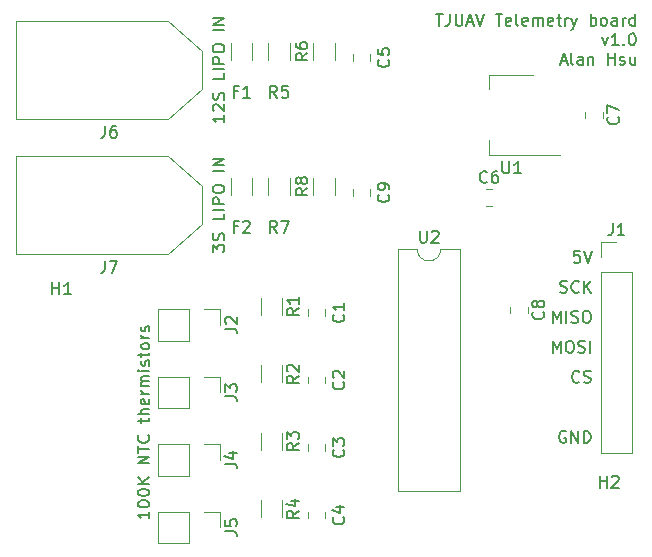
<source format=gbr>
%TF.GenerationSoftware,KiCad,Pcbnew,(5.1.9)-1*%
%TF.CreationDate,2021-11-28T17:49:43-05:00*%
%TF.ProjectId,Telem Board,54656c65-6d20-4426-9f61-72642e6b6963,rev?*%
%TF.SameCoordinates,Original*%
%TF.FileFunction,Legend,Top*%
%TF.FilePolarity,Positive*%
%FSLAX46Y46*%
G04 Gerber Fmt 4.6, Leading zero omitted, Abs format (unit mm)*
G04 Created by KiCad (PCBNEW (5.1.9)-1) date 2021-11-28 17:49:43*
%MOMM*%
%LPD*%
G01*
G04 APERTURE LIST*
%ADD10C,0.150000*%
%ADD11C,0.120000*%
G04 APERTURE END LIST*
D10*
X144867380Y-85280000D02*
X144867380Y-84660952D01*
X145248333Y-84994285D01*
X145248333Y-84851428D01*
X145295952Y-84756190D01*
X145343571Y-84708571D01*
X145438809Y-84660952D01*
X145676904Y-84660952D01*
X145772142Y-84708571D01*
X145819761Y-84756190D01*
X145867380Y-84851428D01*
X145867380Y-85137142D01*
X145819761Y-85232380D01*
X145772142Y-85280000D01*
X145819761Y-84280000D02*
X145867380Y-84137142D01*
X145867380Y-83899047D01*
X145819761Y-83803809D01*
X145772142Y-83756190D01*
X145676904Y-83708571D01*
X145581666Y-83708571D01*
X145486428Y-83756190D01*
X145438809Y-83803809D01*
X145391190Y-83899047D01*
X145343571Y-84089523D01*
X145295952Y-84184761D01*
X145248333Y-84232380D01*
X145153095Y-84280000D01*
X145057857Y-84280000D01*
X144962619Y-84232380D01*
X144915000Y-84184761D01*
X144867380Y-84089523D01*
X144867380Y-83851428D01*
X144915000Y-83708571D01*
X145867380Y-82041904D02*
X145867380Y-82518095D01*
X144867380Y-82518095D01*
X145867380Y-81708571D02*
X144867380Y-81708571D01*
X145867380Y-81232380D02*
X144867380Y-81232380D01*
X144867380Y-80851428D01*
X144915000Y-80756190D01*
X144962619Y-80708571D01*
X145057857Y-80660952D01*
X145200714Y-80660952D01*
X145295952Y-80708571D01*
X145343571Y-80756190D01*
X145391190Y-80851428D01*
X145391190Y-81232380D01*
X144867380Y-80041904D02*
X144867380Y-79851428D01*
X144915000Y-79756190D01*
X145010238Y-79660952D01*
X145200714Y-79613333D01*
X145534047Y-79613333D01*
X145724523Y-79660952D01*
X145819761Y-79756190D01*
X145867380Y-79851428D01*
X145867380Y-80041904D01*
X145819761Y-80137142D01*
X145724523Y-80232380D01*
X145534047Y-80280000D01*
X145200714Y-80280000D01*
X145010238Y-80232380D01*
X144915000Y-80137142D01*
X144867380Y-80041904D01*
X145867380Y-78422857D02*
X144867380Y-78422857D01*
X145867380Y-77946666D02*
X144867380Y-77946666D01*
X145867380Y-77375238D01*
X144867380Y-77375238D01*
X174781785Y-100465000D02*
X174686547Y-100417380D01*
X174543690Y-100417380D01*
X174400833Y-100465000D01*
X174305595Y-100560238D01*
X174257976Y-100655476D01*
X174210357Y-100845952D01*
X174210357Y-100988809D01*
X174257976Y-101179285D01*
X174305595Y-101274523D01*
X174400833Y-101369761D01*
X174543690Y-101417380D01*
X174638928Y-101417380D01*
X174781785Y-101369761D01*
X174829404Y-101322142D01*
X174829404Y-100988809D01*
X174638928Y-100988809D01*
X175257976Y-101417380D02*
X175257976Y-100417380D01*
X175829404Y-101417380D01*
X175829404Y-100417380D01*
X176305595Y-101417380D02*
X176305595Y-100417380D01*
X176543690Y-100417380D01*
X176686547Y-100465000D01*
X176781785Y-100560238D01*
X176829404Y-100655476D01*
X176877023Y-100845952D01*
X176877023Y-100988809D01*
X176829404Y-101179285D01*
X176781785Y-101274523D01*
X176686547Y-101369761D01*
X176543690Y-101417380D01*
X176305595Y-101417380D01*
X175924642Y-96242142D02*
X175877023Y-96289761D01*
X175734166Y-96337380D01*
X175638928Y-96337380D01*
X175496071Y-96289761D01*
X175400833Y-96194523D01*
X175353214Y-96099285D01*
X175305595Y-95908809D01*
X175305595Y-95765952D01*
X175353214Y-95575476D01*
X175400833Y-95480238D01*
X175496071Y-95385000D01*
X175638928Y-95337380D01*
X175734166Y-95337380D01*
X175877023Y-95385000D01*
X175924642Y-95432619D01*
X176305595Y-96289761D02*
X176448452Y-96337380D01*
X176686547Y-96337380D01*
X176781785Y-96289761D01*
X176829404Y-96242142D01*
X176877023Y-96146904D01*
X176877023Y-96051666D01*
X176829404Y-95956428D01*
X176781785Y-95908809D01*
X176686547Y-95861190D01*
X176496071Y-95813571D01*
X176400833Y-95765952D01*
X176353214Y-95718333D01*
X176305595Y-95623095D01*
X176305595Y-95527857D01*
X176353214Y-95432619D01*
X176400833Y-95385000D01*
X176496071Y-95337380D01*
X176734166Y-95337380D01*
X176877023Y-95385000D01*
X173686547Y-93797380D02*
X173686547Y-92797380D01*
X174019880Y-93511666D01*
X174353214Y-92797380D01*
X174353214Y-93797380D01*
X175019880Y-92797380D02*
X175210357Y-92797380D01*
X175305595Y-92845000D01*
X175400833Y-92940238D01*
X175448452Y-93130714D01*
X175448452Y-93464047D01*
X175400833Y-93654523D01*
X175305595Y-93749761D01*
X175210357Y-93797380D01*
X175019880Y-93797380D01*
X174924642Y-93749761D01*
X174829404Y-93654523D01*
X174781785Y-93464047D01*
X174781785Y-93130714D01*
X174829404Y-92940238D01*
X174924642Y-92845000D01*
X175019880Y-92797380D01*
X175829404Y-93749761D02*
X175972261Y-93797380D01*
X176210357Y-93797380D01*
X176305595Y-93749761D01*
X176353214Y-93702142D01*
X176400833Y-93606904D01*
X176400833Y-93511666D01*
X176353214Y-93416428D01*
X176305595Y-93368809D01*
X176210357Y-93321190D01*
X176019880Y-93273571D01*
X175924642Y-93225952D01*
X175877023Y-93178333D01*
X175829404Y-93083095D01*
X175829404Y-92987857D01*
X175877023Y-92892619D01*
X175924642Y-92845000D01*
X176019880Y-92797380D01*
X176257976Y-92797380D01*
X176400833Y-92845000D01*
X176829404Y-93797380D02*
X176829404Y-92797380D01*
X173686547Y-91257380D02*
X173686547Y-90257380D01*
X174019880Y-90971666D01*
X174353214Y-90257380D01*
X174353214Y-91257380D01*
X174829404Y-91257380D02*
X174829404Y-90257380D01*
X175257976Y-91209761D02*
X175400833Y-91257380D01*
X175638928Y-91257380D01*
X175734166Y-91209761D01*
X175781785Y-91162142D01*
X175829404Y-91066904D01*
X175829404Y-90971666D01*
X175781785Y-90876428D01*
X175734166Y-90828809D01*
X175638928Y-90781190D01*
X175448452Y-90733571D01*
X175353214Y-90685952D01*
X175305595Y-90638333D01*
X175257976Y-90543095D01*
X175257976Y-90447857D01*
X175305595Y-90352619D01*
X175353214Y-90305000D01*
X175448452Y-90257380D01*
X175686547Y-90257380D01*
X175829404Y-90305000D01*
X176448452Y-90257380D02*
X176638928Y-90257380D01*
X176734166Y-90305000D01*
X176829404Y-90400238D01*
X176877023Y-90590714D01*
X176877023Y-90924047D01*
X176829404Y-91114523D01*
X176734166Y-91209761D01*
X176638928Y-91257380D01*
X176448452Y-91257380D01*
X176353214Y-91209761D01*
X176257976Y-91114523D01*
X176210357Y-90924047D01*
X176210357Y-90590714D01*
X176257976Y-90400238D01*
X176353214Y-90305000D01*
X176448452Y-90257380D01*
X174305595Y-88669761D02*
X174448452Y-88717380D01*
X174686547Y-88717380D01*
X174781785Y-88669761D01*
X174829404Y-88622142D01*
X174877023Y-88526904D01*
X174877023Y-88431666D01*
X174829404Y-88336428D01*
X174781785Y-88288809D01*
X174686547Y-88241190D01*
X174496071Y-88193571D01*
X174400833Y-88145952D01*
X174353214Y-88098333D01*
X174305595Y-88003095D01*
X174305595Y-87907857D01*
X174353214Y-87812619D01*
X174400833Y-87765000D01*
X174496071Y-87717380D01*
X174734166Y-87717380D01*
X174877023Y-87765000D01*
X175877023Y-88622142D02*
X175829404Y-88669761D01*
X175686547Y-88717380D01*
X175591309Y-88717380D01*
X175448452Y-88669761D01*
X175353214Y-88574523D01*
X175305595Y-88479285D01*
X175257976Y-88288809D01*
X175257976Y-88145952D01*
X175305595Y-87955476D01*
X175353214Y-87860238D01*
X175448452Y-87765000D01*
X175591309Y-87717380D01*
X175686547Y-87717380D01*
X175829404Y-87765000D01*
X175877023Y-87812619D01*
X176305595Y-88717380D02*
X176305595Y-87717380D01*
X176877023Y-88717380D02*
X176448452Y-88145952D01*
X176877023Y-87717380D02*
X176305595Y-88288809D01*
X175972261Y-85177380D02*
X175496071Y-85177380D01*
X175448452Y-85653571D01*
X175496071Y-85605952D01*
X175591309Y-85558333D01*
X175829404Y-85558333D01*
X175924642Y-85605952D01*
X175972261Y-85653571D01*
X176019880Y-85748809D01*
X176019880Y-85986904D01*
X175972261Y-86082142D01*
X175924642Y-86129761D01*
X175829404Y-86177380D01*
X175591309Y-86177380D01*
X175496071Y-86129761D01*
X175448452Y-86082142D01*
X176305595Y-85177380D02*
X176638928Y-86177380D01*
X176972261Y-85177380D01*
X145867380Y-73707142D02*
X145867380Y-74278571D01*
X145867380Y-73992857D02*
X144867380Y-73992857D01*
X145010238Y-74088095D01*
X145105476Y-74183333D01*
X145153095Y-74278571D01*
X144962619Y-73326190D02*
X144915000Y-73278571D01*
X144867380Y-73183333D01*
X144867380Y-72945238D01*
X144915000Y-72850000D01*
X144962619Y-72802380D01*
X145057857Y-72754761D01*
X145153095Y-72754761D01*
X145295952Y-72802380D01*
X145867380Y-73373809D01*
X145867380Y-72754761D01*
X145819761Y-72373809D02*
X145867380Y-72230952D01*
X145867380Y-71992857D01*
X145819761Y-71897619D01*
X145772142Y-71850000D01*
X145676904Y-71802380D01*
X145581666Y-71802380D01*
X145486428Y-71850000D01*
X145438809Y-71897619D01*
X145391190Y-71992857D01*
X145343571Y-72183333D01*
X145295952Y-72278571D01*
X145248333Y-72326190D01*
X145153095Y-72373809D01*
X145057857Y-72373809D01*
X144962619Y-72326190D01*
X144915000Y-72278571D01*
X144867380Y-72183333D01*
X144867380Y-71945238D01*
X144915000Y-71802380D01*
X145867380Y-70135714D02*
X145867380Y-70611904D01*
X144867380Y-70611904D01*
X145867380Y-69802380D02*
X144867380Y-69802380D01*
X145867380Y-69326190D02*
X144867380Y-69326190D01*
X144867380Y-68945238D01*
X144915000Y-68850000D01*
X144962619Y-68802380D01*
X145057857Y-68754761D01*
X145200714Y-68754761D01*
X145295952Y-68802380D01*
X145343571Y-68850000D01*
X145391190Y-68945238D01*
X145391190Y-69326190D01*
X144867380Y-68135714D02*
X144867380Y-67945238D01*
X144915000Y-67850000D01*
X145010238Y-67754761D01*
X145200714Y-67707142D01*
X145534047Y-67707142D01*
X145724523Y-67754761D01*
X145819761Y-67850000D01*
X145867380Y-67945238D01*
X145867380Y-68135714D01*
X145819761Y-68230952D01*
X145724523Y-68326190D01*
X145534047Y-68373809D01*
X145200714Y-68373809D01*
X145010238Y-68326190D01*
X144915000Y-68230952D01*
X144867380Y-68135714D01*
X145867380Y-66516666D02*
X144867380Y-66516666D01*
X145867380Y-66040476D02*
X144867380Y-66040476D01*
X145867380Y-65469047D01*
X144867380Y-65469047D01*
X139517380Y-107266428D02*
X139517380Y-107837857D01*
X139517380Y-107552142D02*
X138517380Y-107552142D01*
X138660238Y-107647380D01*
X138755476Y-107742619D01*
X138803095Y-107837857D01*
X138517380Y-106647380D02*
X138517380Y-106552142D01*
X138565000Y-106456904D01*
X138612619Y-106409285D01*
X138707857Y-106361666D01*
X138898333Y-106314047D01*
X139136428Y-106314047D01*
X139326904Y-106361666D01*
X139422142Y-106409285D01*
X139469761Y-106456904D01*
X139517380Y-106552142D01*
X139517380Y-106647380D01*
X139469761Y-106742619D01*
X139422142Y-106790238D01*
X139326904Y-106837857D01*
X139136428Y-106885476D01*
X138898333Y-106885476D01*
X138707857Y-106837857D01*
X138612619Y-106790238D01*
X138565000Y-106742619D01*
X138517380Y-106647380D01*
X138517380Y-105695000D02*
X138517380Y-105599761D01*
X138565000Y-105504523D01*
X138612619Y-105456904D01*
X138707857Y-105409285D01*
X138898333Y-105361666D01*
X139136428Y-105361666D01*
X139326904Y-105409285D01*
X139422142Y-105456904D01*
X139469761Y-105504523D01*
X139517380Y-105599761D01*
X139517380Y-105695000D01*
X139469761Y-105790238D01*
X139422142Y-105837857D01*
X139326904Y-105885476D01*
X139136428Y-105933095D01*
X138898333Y-105933095D01*
X138707857Y-105885476D01*
X138612619Y-105837857D01*
X138565000Y-105790238D01*
X138517380Y-105695000D01*
X139517380Y-104933095D02*
X138517380Y-104933095D01*
X139517380Y-104361666D02*
X138945952Y-104790238D01*
X138517380Y-104361666D02*
X139088809Y-104933095D01*
X139517380Y-103171190D02*
X138517380Y-103171190D01*
X139517380Y-102599761D01*
X138517380Y-102599761D01*
X138517380Y-102266428D02*
X138517380Y-101695000D01*
X139517380Y-101980714D02*
X138517380Y-101980714D01*
X139422142Y-100790238D02*
X139469761Y-100837857D01*
X139517380Y-100980714D01*
X139517380Y-101075952D01*
X139469761Y-101218809D01*
X139374523Y-101314047D01*
X139279285Y-101361666D01*
X139088809Y-101409285D01*
X138945952Y-101409285D01*
X138755476Y-101361666D01*
X138660238Y-101314047D01*
X138565000Y-101218809D01*
X138517380Y-101075952D01*
X138517380Y-100980714D01*
X138565000Y-100837857D01*
X138612619Y-100790238D01*
X138850714Y-99742619D02*
X138850714Y-99361666D01*
X138517380Y-99599761D02*
X139374523Y-99599761D01*
X139469761Y-99552142D01*
X139517380Y-99456904D01*
X139517380Y-99361666D01*
X139517380Y-99028333D02*
X138517380Y-99028333D01*
X139517380Y-98599761D02*
X138993571Y-98599761D01*
X138898333Y-98647380D01*
X138850714Y-98742619D01*
X138850714Y-98885476D01*
X138898333Y-98980714D01*
X138945952Y-99028333D01*
X139469761Y-97742619D02*
X139517380Y-97837857D01*
X139517380Y-98028333D01*
X139469761Y-98123571D01*
X139374523Y-98171190D01*
X138993571Y-98171190D01*
X138898333Y-98123571D01*
X138850714Y-98028333D01*
X138850714Y-97837857D01*
X138898333Y-97742619D01*
X138993571Y-97695000D01*
X139088809Y-97695000D01*
X139184047Y-98171190D01*
X139517380Y-97266428D02*
X138850714Y-97266428D01*
X139041190Y-97266428D02*
X138945952Y-97218809D01*
X138898333Y-97171190D01*
X138850714Y-97075952D01*
X138850714Y-96980714D01*
X139517380Y-96647380D02*
X138850714Y-96647380D01*
X138945952Y-96647380D02*
X138898333Y-96599761D01*
X138850714Y-96504523D01*
X138850714Y-96361666D01*
X138898333Y-96266428D01*
X138993571Y-96218809D01*
X139517380Y-96218809D01*
X138993571Y-96218809D02*
X138898333Y-96171190D01*
X138850714Y-96075952D01*
X138850714Y-95933095D01*
X138898333Y-95837857D01*
X138993571Y-95790238D01*
X139517380Y-95790238D01*
X139517380Y-95314047D02*
X138850714Y-95314047D01*
X138517380Y-95314047D02*
X138565000Y-95361666D01*
X138612619Y-95314047D01*
X138565000Y-95266428D01*
X138517380Y-95314047D01*
X138612619Y-95314047D01*
X139469761Y-94885476D02*
X139517380Y-94790238D01*
X139517380Y-94599761D01*
X139469761Y-94504523D01*
X139374523Y-94456904D01*
X139326904Y-94456904D01*
X139231666Y-94504523D01*
X139184047Y-94599761D01*
X139184047Y-94742619D01*
X139136428Y-94837857D01*
X139041190Y-94885476D01*
X138993571Y-94885476D01*
X138898333Y-94837857D01*
X138850714Y-94742619D01*
X138850714Y-94599761D01*
X138898333Y-94504523D01*
X138850714Y-94171190D02*
X138850714Y-93790238D01*
X138517380Y-94028333D02*
X139374523Y-94028333D01*
X139469761Y-93980714D01*
X139517380Y-93885476D01*
X139517380Y-93790238D01*
X139517380Y-93314047D02*
X139469761Y-93409285D01*
X139422142Y-93456904D01*
X139326904Y-93504523D01*
X139041190Y-93504523D01*
X138945952Y-93456904D01*
X138898333Y-93409285D01*
X138850714Y-93314047D01*
X138850714Y-93171190D01*
X138898333Y-93075952D01*
X138945952Y-93028333D01*
X139041190Y-92980714D01*
X139326904Y-92980714D01*
X139422142Y-93028333D01*
X139469761Y-93075952D01*
X139517380Y-93171190D01*
X139517380Y-93314047D01*
X139517380Y-92552142D02*
X138850714Y-92552142D01*
X139041190Y-92552142D02*
X138945952Y-92504523D01*
X138898333Y-92456904D01*
X138850714Y-92361666D01*
X138850714Y-92266428D01*
X139469761Y-91980714D02*
X139517380Y-91885476D01*
X139517380Y-91695000D01*
X139469761Y-91599761D01*
X139374523Y-91552142D01*
X139326904Y-91552142D01*
X139231666Y-91599761D01*
X139184047Y-91695000D01*
X139184047Y-91837857D01*
X139136428Y-91933095D01*
X139041190Y-91980714D01*
X138993571Y-91980714D01*
X138898333Y-91933095D01*
X138850714Y-91837857D01*
X138850714Y-91695000D01*
X138898333Y-91599761D01*
X163782261Y-65112380D02*
X164353690Y-65112380D01*
X164067976Y-66112380D02*
X164067976Y-65112380D01*
X164972738Y-65112380D02*
X164972738Y-65826666D01*
X164925119Y-65969523D01*
X164829880Y-66064761D01*
X164687023Y-66112380D01*
X164591785Y-66112380D01*
X165448928Y-65112380D02*
X165448928Y-65921904D01*
X165496547Y-66017142D01*
X165544166Y-66064761D01*
X165639404Y-66112380D01*
X165829880Y-66112380D01*
X165925119Y-66064761D01*
X165972738Y-66017142D01*
X166020357Y-65921904D01*
X166020357Y-65112380D01*
X166448928Y-65826666D02*
X166925119Y-65826666D01*
X166353690Y-66112380D02*
X166687023Y-65112380D01*
X167020357Y-66112380D01*
X167210833Y-65112380D02*
X167544166Y-66112380D01*
X167877500Y-65112380D01*
X168829880Y-65112380D02*
X169401309Y-65112380D01*
X169115595Y-66112380D02*
X169115595Y-65112380D01*
X170115595Y-66064761D02*
X170020357Y-66112380D01*
X169829880Y-66112380D01*
X169734642Y-66064761D01*
X169687023Y-65969523D01*
X169687023Y-65588571D01*
X169734642Y-65493333D01*
X169829880Y-65445714D01*
X170020357Y-65445714D01*
X170115595Y-65493333D01*
X170163214Y-65588571D01*
X170163214Y-65683809D01*
X169687023Y-65779047D01*
X170734642Y-66112380D02*
X170639404Y-66064761D01*
X170591785Y-65969523D01*
X170591785Y-65112380D01*
X171496547Y-66064761D02*
X171401309Y-66112380D01*
X171210833Y-66112380D01*
X171115595Y-66064761D01*
X171067976Y-65969523D01*
X171067976Y-65588571D01*
X171115595Y-65493333D01*
X171210833Y-65445714D01*
X171401309Y-65445714D01*
X171496547Y-65493333D01*
X171544166Y-65588571D01*
X171544166Y-65683809D01*
X171067976Y-65779047D01*
X171972738Y-66112380D02*
X171972738Y-65445714D01*
X171972738Y-65540952D02*
X172020357Y-65493333D01*
X172115595Y-65445714D01*
X172258452Y-65445714D01*
X172353690Y-65493333D01*
X172401309Y-65588571D01*
X172401309Y-66112380D01*
X172401309Y-65588571D02*
X172448928Y-65493333D01*
X172544166Y-65445714D01*
X172687023Y-65445714D01*
X172782261Y-65493333D01*
X172829880Y-65588571D01*
X172829880Y-66112380D01*
X173687023Y-66064761D02*
X173591785Y-66112380D01*
X173401309Y-66112380D01*
X173306071Y-66064761D01*
X173258452Y-65969523D01*
X173258452Y-65588571D01*
X173306071Y-65493333D01*
X173401309Y-65445714D01*
X173591785Y-65445714D01*
X173687023Y-65493333D01*
X173734642Y-65588571D01*
X173734642Y-65683809D01*
X173258452Y-65779047D01*
X174020357Y-65445714D02*
X174401309Y-65445714D01*
X174163214Y-65112380D02*
X174163214Y-65969523D01*
X174210833Y-66064761D01*
X174306071Y-66112380D01*
X174401309Y-66112380D01*
X174734642Y-66112380D02*
X174734642Y-65445714D01*
X174734642Y-65636190D02*
X174782261Y-65540952D01*
X174829880Y-65493333D01*
X174925119Y-65445714D01*
X175020357Y-65445714D01*
X175258452Y-65445714D02*
X175496547Y-66112380D01*
X175734642Y-65445714D02*
X175496547Y-66112380D01*
X175401309Y-66350476D01*
X175353690Y-66398095D01*
X175258452Y-66445714D01*
X176877500Y-66112380D02*
X176877500Y-65112380D01*
X176877500Y-65493333D02*
X176972738Y-65445714D01*
X177163214Y-65445714D01*
X177258452Y-65493333D01*
X177306071Y-65540952D01*
X177353690Y-65636190D01*
X177353690Y-65921904D01*
X177306071Y-66017142D01*
X177258452Y-66064761D01*
X177163214Y-66112380D01*
X176972738Y-66112380D01*
X176877500Y-66064761D01*
X177925119Y-66112380D02*
X177829880Y-66064761D01*
X177782261Y-66017142D01*
X177734642Y-65921904D01*
X177734642Y-65636190D01*
X177782261Y-65540952D01*
X177829880Y-65493333D01*
X177925119Y-65445714D01*
X178067976Y-65445714D01*
X178163214Y-65493333D01*
X178210833Y-65540952D01*
X178258452Y-65636190D01*
X178258452Y-65921904D01*
X178210833Y-66017142D01*
X178163214Y-66064761D01*
X178067976Y-66112380D01*
X177925119Y-66112380D01*
X179115595Y-66112380D02*
X179115595Y-65588571D01*
X179067976Y-65493333D01*
X178972738Y-65445714D01*
X178782261Y-65445714D01*
X178687023Y-65493333D01*
X179115595Y-66064761D02*
X179020357Y-66112380D01*
X178782261Y-66112380D01*
X178687023Y-66064761D01*
X178639404Y-65969523D01*
X178639404Y-65874285D01*
X178687023Y-65779047D01*
X178782261Y-65731428D01*
X179020357Y-65731428D01*
X179115595Y-65683809D01*
X179591785Y-66112380D02*
X179591785Y-65445714D01*
X179591785Y-65636190D02*
X179639404Y-65540952D01*
X179687023Y-65493333D01*
X179782261Y-65445714D01*
X179877500Y-65445714D01*
X180639404Y-66112380D02*
X180639404Y-65112380D01*
X180639404Y-66064761D02*
X180544166Y-66112380D01*
X180353690Y-66112380D01*
X180258452Y-66064761D01*
X180210833Y-66017142D01*
X180163214Y-65921904D01*
X180163214Y-65636190D01*
X180210833Y-65540952D01*
X180258452Y-65493333D01*
X180353690Y-65445714D01*
X180544166Y-65445714D01*
X180639404Y-65493333D01*
X177877500Y-67095714D02*
X178115595Y-67762380D01*
X178353690Y-67095714D01*
X179258452Y-67762380D02*
X178687023Y-67762380D01*
X178972738Y-67762380D02*
X178972738Y-66762380D01*
X178877500Y-66905238D01*
X178782261Y-67000476D01*
X178687023Y-67048095D01*
X179687023Y-67667142D02*
X179734642Y-67714761D01*
X179687023Y-67762380D01*
X179639404Y-67714761D01*
X179687023Y-67667142D01*
X179687023Y-67762380D01*
X180353690Y-66762380D02*
X180448928Y-66762380D01*
X180544166Y-66810000D01*
X180591785Y-66857619D01*
X180639404Y-66952857D01*
X180687023Y-67143333D01*
X180687023Y-67381428D01*
X180639404Y-67571904D01*
X180591785Y-67667142D01*
X180544166Y-67714761D01*
X180448928Y-67762380D01*
X180353690Y-67762380D01*
X180258452Y-67714761D01*
X180210833Y-67667142D01*
X180163214Y-67571904D01*
X180115595Y-67381428D01*
X180115595Y-67143333D01*
X180163214Y-66952857D01*
X180210833Y-66857619D01*
X180258452Y-66810000D01*
X180353690Y-66762380D01*
X174353690Y-69126666D02*
X174829880Y-69126666D01*
X174258452Y-69412380D02*
X174591785Y-68412380D01*
X174925119Y-69412380D01*
X175401309Y-69412380D02*
X175306071Y-69364761D01*
X175258452Y-69269523D01*
X175258452Y-68412380D01*
X176210833Y-69412380D02*
X176210833Y-68888571D01*
X176163214Y-68793333D01*
X176067976Y-68745714D01*
X175877500Y-68745714D01*
X175782261Y-68793333D01*
X176210833Y-69364761D02*
X176115595Y-69412380D01*
X175877500Y-69412380D01*
X175782261Y-69364761D01*
X175734642Y-69269523D01*
X175734642Y-69174285D01*
X175782261Y-69079047D01*
X175877500Y-69031428D01*
X176115595Y-69031428D01*
X176210833Y-68983809D01*
X176687023Y-68745714D02*
X176687023Y-69412380D01*
X176687023Y-68840952D02*
X176734642Y-68793333D01*
X176829880Y-68745714D01*
X176972738Y-68745714D01*
X177067976Y-68793333D01*
X177115595Y-68888571D01*
X177115595Y-69412380D01*
X178353690Y-69412380D02*
X178353690Y-68412380D01*
X178353690Y-68888571D02*
X178925119Y-68888571D01*
X178925119Y-69412380D02*
X178925119Y-68412380D01*
X179353690Y-69364761D02*
X179448928Y-69412380D01*
X179639404Y-69412380D01*
X179734642Y-69364761D01*
X179782261Y-69269523D01*
X179782261Y-69221904D01*
X179734642Y-69126666D01*
X179639404Y-69079047D01*
X179496547Y-69079047D01*
X179401309Y-69031428D01*
X179353690Y-68936190D01*
X179353690Y-68888571D01*
X179401309Y-68793333D01*
X179496547Y-68745714D01*
X179639404Y-68745714D01*
X179734642Y-68793333D01*
X180639404Y-68745714D02*
X180639404Y-69412380D01*
X180210833Y-68745714D02*
X180210833Y-69269523D01*
X180258452Y-69364761D01*
X180353690Y-69412380D01*
X180496547Y-69412380D01*
X180591785Y-69364761D01*
X180639404Y-69317142D01*
D11*
%TO.C,F2*%
X146410000Y-79002936D02*
X146410000Y-80457064D01*
X148230000Y-79002936D02*
X148230000Y-80457064D01*
%TO.C,F1*%
X146410000Y-67572936D02*
X146410000Y-69027064D01*
X148230000Y-67572936D02*
X148230000Y-69027064D01*
%TO.C,R8*%
X153395000Y-80428752D02*
X153395000Y-79006248D01*
X155215000Y-80428752D02*
X155215000Y-79006248D01*
%TO.C,R7*%
X151405000Y-79006248D02*
X151405000Y-80428752D01*
X149585000Y-79006248D02*
X149585000Y-80428752D01*
%TO.C,J7*%
X143950000Y-79730000D02*
X141100000Y-77130000D01*
X141100000Y-85430000D02*
X143950000Y-82880000D01*
X128250000Y-77130000D02*
X128250000Y-85430000D01*
X141100000Y-77130000D02*
X128250000Y-77130000D01*
X143950000Y-82880000D02*
X143950000Y-79730000D01*
X128250000Y-85430000D02*
X141100000Y-85430000D01*
%TO.C,C9*%
X156745000Y-80503752D02*
X156745000Y-79981248D01*
X158215000Y-80503752D02*
X158215000Y-79981248D01*
%TO.C,U2*%
X165845000Y-85030000D02*
X164195000Y-85030000D01*
X165845000Y-105470000D02*
X165845000Y-85030000D01*
X160545000Y-105470000D02*
X165845000Y-105470000D01*
X160545000Y-85030000D02*
X160545000Y-105470000D01*
X162195000Y-85030000D02*
X160545000Y-85030000D01*
X164195000Y-85030000D02*
G75*
G02*
X162195000Y-85030000I-1000000J0D01*
G01*
%TO.C,U1*%
X174280000Y-77070000D02*
X168270000Y-77070000D01*
X172030000Y-70250000D02*
X168270000Y-70250000D01*
X168270000Y-77070000D02*
X168270000Y-75810000D01*
X168270000Y-70250000D02*
X168270000Y-71510000D01*
%TO.C,R6*%
X155215000Y-68998752D02*
X155215000Y-67576248D01*
X153395000Y-68998752D02*
X153395000Y-67576248D01*
%TO.C,R5*%
X149585000Y-67576248D02*
X149585000Y-68998752D01*
X151405000Y-67576248D02*
X151405000Y-68998752D01*
%TO.C,R4*%
X148950000Y-106311248D02*
X148950000Y-107733752D01*
X150770000Y-106311248D02*
X150770000Y-107733752D01*
%TO.C,R3*%
X148950000Y-100596248D02*
X148950000Y-102018752D01*
X150770000Y-100596248D02*
X150770000Y-102018752D01*
%TO.C,R2*%
X148950000Y-94881248D02*
X148950000Y-96303752D01*
X150770000Y-94881248D02*
X150770000Y-96303752D01*
%TO.C,R1*%
X148950000Y-89166248D02*
X148950000Y-90588752D01*
X150770000Y-89166248D02*
X150770000Y-90588752D01*
%TO.C,J6*%
X128250000Y-74000000D02*
X141100000Y-74000000D01*
X143950000Y-71450000D02*
X143950000Y-68300000D01*
X141100000Y-65700000D02*
X128250000Y-65700000D01*
X128250000Y-65700000D02*
X128250000Y-74000000D01*
X141100000Y-74000000D02*
X143950000Y-71450000D01*
X143950000Y-68300000D02*
X141100000Y-65700000D01*
%TO.C,J5*%
X145475000Y-107255000D02*
X145475000Y-108585000D01*
X144145000Y-107255000D02*
X145475000Y-107255000D01*
X142875000Y-107255000D02*
X142875000Y-109915000D01*
X142875000Y-109915000D02*
X140275000Y-109915000D01*
X142875000Y-107255000D02*
X140275000Y-107255000D01*
X140275000Y-107255000D02*
X140275000Y-109915000D01*
%TO.C,J4*%
X145475000Y-101540000D02*
X145475000Y-102870000D01*
X144145000Y-101540000D02*
X145475000Y-101540000D01*
X142875000Y-101540000D02*
X142875000Y-104200000D01*
X142875000Y-104200000D02*
X140275000Y-104200000D01*
X142875000Y-101540000D02*
X140275000Y-101540000D01*
X140275000Y-101540000D02*
X140275000Y-104200000D01*
%TO.C,J3*%
X145475000Y-95825000D02*
X145475000Y-97155000D01*
X144145000Y-95825000D02*
X145475000Y-95825000D01*
X142875000Y-95825000D02*
X142875000Y-98485000D01*
X142875000Y-98485000D02*
X140275000Y-98485000D01*
X142875000Y-95825000D02*
X140275000Y-95825000D01*
X140275000Y-95825000D02*
X140275000Y-98485000D01*
%TO.C,J2*%
X145475000Y-90110000D02*
X145475000Y-91440000D01*
X144145000Y-90110000D02*
X145475000Y-90110000D01*
X142875000Y-90110000D02*
X142875000Y-92770000D01*
X142875000Y-92770000D02*
X140275000Y-92770000D01*
X142875000Y-90110000D02*
X140275000Y-90110000D01*
X140275000Y-90110000D02*
X140275000Y-92770000D01*
%TO.C,J1*%
X177740000Y-84395000D02*
X179070000Y-84395000D01*
X177740000Y-85725000D02*
X177740000Y-84395000D01*
X177740000Y-86995000D02*
X180400000Y-86995000D01*
X180400000Y-86995000D02*
X180400000Y-102295000D01*
X177740000Y-86995000D02*
X177740000Y-102295000D01*
X177740000Y-102295000D02*
X180400000Y-102295000D01*
%TO.C,C8*%
X170080000Y-89908748D02*
X170080000Y-90431252D01*
X171550000Y-89908748D02*
X171550000Y-90431252D01*
%TO.C,C7*%
X176430000Y-73398748D02*
X176430000Y-73921252D01*
X177900000Y-73398748D02*
X177900000Y-73921252D01*
%TO.C,C6*%
X168013748Y-81380000D02*
X168536252Y-81380000D01*
X168013748Y-79910000D02*
X168536252Y-79910000D01*
%TO.C,C5*%
X158215000Y-69073752D02*
X158215000Y-68551248D01*
X156745000Y-69073752D02*
X156745000Y-68551248D01*
%TO.C,C4*%
X154405000Y-107808752D02*
X154405000Y-107286248D01*
X152935000Y-107808752D02*
X152935000Y-107286248D01*
%TO.C,C3*%
X154405000Y-102093752D02*
X154405000Y-101571248D01*
X152935000Y-102093752D02*
X152935000Y-101571248D01*
%TO.C,C2*%
X154405000Y-96378752D02*
X154405000Y-95856248D01*
X152935000Y-96378752D02*
X152935000Y-95856248D01*
%TO.C,C1*%
X154405000Y-90663752D02*
X154405000Y-90141248D01*
X152935000Y-90663752D02*
X152935000Y-90141248D01*
%TO.C,F2*%
D10*
X146986666Y-83113571D02*
X146653333Y-83113571D01*
X146653333Y-83637380D02*
X146653333Y-82637380D01*
X147129523Y-82637380D01*
X147462857Y-82732619D02*
X147510476Y-82685000D01*
X147605714Y-82637380D01*
X147843809Y-82637380D01*
X147939047Y-82685000D01*
X147986666Y-82732619D01*
X148034285Y-82827857D01*
X148034285Y-82923095D01*
X147986666Y-83065952D01*
X147415238Y-83637380D01*
X148034285Y-83637380D01*
%TO.C,F1*%
X146986666Y-71683571D02*
X146653333Y-71683571D01*
X146653333Y-72207380D02*
X146653333Y-71207380D01*
X147129523Y-71207380D01*
X148034285Y-72207380D02*
X147462857Y-72207380D01*
X147748571Y-72207380D02*
X147748571Y-71207380D01*
X147653333Y-71350238D01*
X147558095Y-71445476D01*
X147462857Y-71493095D01*
%TO.C,R8*%
X152907380Y-79884166D02*
X152431190Y-80217500D01*
X152907380Y-80455595D02*
X151907380Y-80455595D01*
X151907380Y-80074642D01*
X151955000Y-79979404D01*
X152002619Y-79931785D01*
X152097857Y-79884166D01*
X152240714Y-79884166D01*
X152335952Y-79931785D01*
X152383571Y-79979404D01*
X152431190Y-80074642D01*
X152431190Y-80455595D01*
X152335952Y-79312738D02*
X152288333Y-79407976D01*
X152240714Y-79455595D01*
X152145476Y-79503214D01*
X152097857Y-79503214D01*
X152002619Y-79455595D01*
X151955000Y-79407976D01*
X151907380Y-79312738D01*
X151907380Y-79122261D01*
X151955000Y-79027023D01*
X152002619Y-78979404D01*
X152097857Y-78931785D01*
X152145476Y-78931785D01*
X152240714Y-78979404D01*
X152288333Y-79027023D01*
X152335952Y-79122261D01*
X152335952Y-79312738D01*
X152383571Y-79407976D01*
X152431190Y-79455595D01*
X152526428Y-79503214D01*
X152716904Y-79503214D01*
X152812142Y-79455595D01*
X152859761Y-79407976D01*
X152907380Y-79312738D01*
X152907380Y-79122261D01*
X152859761Y-79027023D01*
X152812142Y-78979404D01*
X152716904Y-78931785D01*
X152526428Y-78931785D01*
X152431190Y-78979404D01*
X152383571Y-79027023D01*
X152335952Y-79122261D01*
%TO.C,R7*%
X150328333Y-83637380D02*
X149995000Y-83161190D01*
X149756904Y-83637380D02*
X149756904Y-82637380D01*
X150137857Y-82637380D01*
X150233095Y-82685000D01*
X150280714Y-82732619D01*
X150328333Y-82827857D01*
X150328333Y-82970714D01*
X150280714Y-83065952D01*
X150233095Y-83113571D01*
X150137857Y-83161190D01*
X149756904Y-83161190D01*
X150661666Y-82637380D02*
X151328333Y-82637380D01*
X150899761Y-83637380D01*
%TO.C,J7*%
X135766666Y-86032380D02*
X135766666Y-86746666D01*
X135719047Y-86889523D01*
X135623809Y-86984761D01*
X135480952Y-87032380D01*
X135385714Y-87032380D01*
X136147619Y-86032380D02*
X136814285Y-86032380D01*
X136385714Y-87032380D01*
%TO.C,C9*%
X159742142Y-80409166D02*
X159789761Y-80456785D01*
X159837380Y-80599642D01*
X159837380Y-80694880D01*
X159789761Y-80837738D01*
X159694523Y-80932976D01*
X159599285Y-80980595D01*
X159408809Y-81028214D01*
X159265952Y-81028214D01*
X159075476Y-80980595D01*
X158980238Y-80932976D01*
X158885000Y-80837738D01*
X158837380Y-80694880D01*
X158837380Y-80599642D01*
X158885000Y-80456785D01*
X158932619Y-80409166D01*
X159837380Y-79932976D02*
X159837380Y-79742500D01*
X159789761Y-79647261D01*
X159742142Y-79599642D01*
X159599285Y-79504404D01*
X159408809Y-79456785D01*
X159027857Y-79456785D01*
X158932619Y-79504404D01*
X158885000Y-79552023D01*
X158837380Y-79647261D01*
X158837380Y-79837738D01*
X158885000Y-79932976D01*
X158932619Y-79980595D01*
X159027857Y-80028214D01*
X159265952Y-80028214D01*
X159361190Y-79980595D01*
X159408809Y-79932976D01*
X159456428Y-79837738D01*
X159456428Y-79647261D01*
X159408809Y-79552023D01*
X159361190Y-79504404D01*
X159265952Y-79456785D01*
%TO.C,H2*%
X177673095Y-105227380D02*
X177673095Y-104227380D01*
X177673095Y-104703571D02*
X178244523Y-104703571D01*
X178244523Y-105227380D02*
X178244523Y-104227380D01*
X178673095Y-104322619D02*
X178720714Y-104275000D01*
X178815952Y-104227380D01*
X179054047Y-104227380D01*
X179149285Y-104275000D01*
X179196904Y-104322619D01*
X179244523Y-104417857D01*
X179244523Y-104513095D01*
X179196904Y-104655952D01*
X178625476Y-105227380D01*
X179244523Y-105227380D01*
%TO.C,H1*%
X131318095Y-88827380D02*
X131318095Y-87827380D01*
X131318095Y-88303571D02*
X131889523Y-88303571D01*
X131889523Y-88827380D02*
X131889523Y-87827380D01*
X132889523Y-88827380D02*
X132318095Y-88827380D01*
X132603809Y-88827380D02*
X132603809Y-87827380D01*
X132508571Y-87970238D01*
X132413333Y-88065476D01*
X132318095Y-88113095D01*
%TO.C,U2*%
X162433095Y-83482380D02*
X162433095Y-84291904D01*
X162480714Y-84387142D01*
X162528333Y-84434761D01*
X162623571Y-84482380D01*
X162814047Y-84482380D01*
X162909285Y-84434761D01*
X162956904Y-84387142D01*
X163004523Y-84291904D01*
X163004523Y-83482380D01*
X163433095Y-83577619D02*
X163480714Y-83530000D01*
X163575952Y-83482380D01*
X163814047Y-83482380D01*
X163909285Y-83530000D01*
X163956904Y-83577619D01*
X164004523Y-83672857D01*
X164004523Y-83768095D01*
X163956904Y-83910952D01*
X163385476Y-84482380D01*
X164004523Y-84482380D01*
%TO.C,U1*%
X169418095Y-77612380D02*
X169418095Y-78421904D01*
X169465714Y-78517142D01*
X169513333Y-78564761D01*
X169608571Y-78612380D01*
X169799047Y-78612380D01*
X169894285Y-78564761D01*
X169941904Y-78517142D01*
X169989523Y-78421904D01*
X169989523Y-77612380D01*
X170989523Y-78612380D02*
X170418095Y-78612380D01*
X170703809Y-78612380D02*
X170703809Y-77612380D01*
X170608571Y-77755238D01*
X170513333Y-77850476D01*
X170418095Y-77898095D01*
%TO.C,R6*%
X152907380Y-68454166D02*
X152431190Y-68787500D01*
X152907380Y-69025595D02*
X151907380Y-69025595D01*
X151907380Y-68644642D01*
X151955000Y-68549404D01*
X152002619Y-68501785D01*
X152097857Y-68454166D01*
X152240714Y-68454166D01*
X152335952Y-68501785D01*
X152383571Y-68549404D01*
X152431190Y-68644642D01*
X152431190Y-69025595D01*
X151907380Y-67597023D02*
X151907380Y-67787500D01*
X151955000Y-67882738D01*
X152002619Y-67930357D01*
X152145476Y-68025595D01*
X152335952Y-68073214D01*
X152716904Y-68073214D01*
X152812142Y-68025595D01*
X152859761Y-67977976D01*
X152907380Y-67882738D01*
X152907380Y-67692261D01*
X152859761Y-67597023D01*
X152812142Y-67549404D01*
X152716904Y-67501785D01*
X152478809Y-67501785D01*
X152383571Y-67549404D01*
X152335952Y-67597023D01*
X152288333Y-67692261D01*
X152288333Y-67882738D01*
X152335952Y-67977976D01*
X152383571Y-68025595D01*
X152478809Y-68073214D01*
%TO.C,R5*%
X150328333Y-72207380D02*
X149995000Y-71731190D01*
X149756904Y-72207380D02*
X149756904Y-71207380D01*
X150137857Y-71207380D01*
X150233095Y-71255000D01*
X150280714Y-71302619D01*
X150328333Y-71397857D01*
X150328333Y-71540714D01*
X150280714Y-71635952D01*
X150233095Y-71683571D01*
X150137857Y-71731190D01*
X149756904Y-71731190D01*
X151233095Y-71207380D02*
X150756904Y-71207380D01*
X150709285Y-71683571D01*
X150756904Y-71635952D01*
X150852142Y-71588333D01*
X151090238Y-71588333D01*
X151185476Y-71635952D01*
X151233095Y-71683571D01*
X151280714Y-71778809D01*
X151280714Y-72016904D01*
X151233095Y-72112142D01*
X151185476Y-72159761D01*
X151090238Y-72207380D01*
X150852142Y-72207380D01*
X150756904Y-72159761D01*
X150709285Y-72112142D01*
%TO.C,R4*%
X152162380Y-107189166D02*
X151686190Y-107522500D01*
X152162380Y-107760595D02*
X151162380Y-107760595D01*
X151162380Y-107379642D01*
X151210000Y-107284404D01*
X151257619Y-107236785D01*
X151352857Y-107189166D01*
X151495714Y-107189166D01*
X151590952Y-107236785D01*
X151638571Y-107284404D01*
X151686190Y-107379642D01*
X151686190Y-107760595D01*
X151495714Y-106332023D02*
X152162380Y-106332023D01*
X151114761Y-106570119D02*
X151829047Y-106808214D01*
X151829047Y-106189166D01*
%TO.C,R3*%
X152162380Y-101474166D02*
X151686190Y-101807500D01*
X152162380Y-102045595D02*
X151162380Y-102045595D01*
X151162380Y-101664642D01*
X151210000Y-101569404D01*
X151257619Y-101521785D01*
X151352857Y-101474166D01*
X151495714Y-101474166D01*
X151590952Y-101521785D01*
X151638571Y-101569404D01*
X151686190Y-101664642D01*
X151686190Y-102045595D01*
X151162380Y-101140833D02*
X151162380Y-100521785D01*
X151543333Y-100855119D01*
X151543333Y-100712261D01*
X151590952Y-100617023D01*
X151638571Y-100569404D01*
X151733809Y-100521785D01*
X151971904Y-100521785D01*
X152067142Y-100569404D01*
X152114761Y-100617023D01*
X152162380Y-100712261D01*
X152162380Y-100997976D01*
X152114761Y-101093214D01*
X152067142Y-101140833D01*
%TO.C,R2*%
X152162380Y-95759166D02*
X151686190Y-96092500D01*
X152162380Y-96330595D02*
X151162380Y-96330595D01*
X151162380Y-95949642D01*
X151210000Y-95854404D01*
X151257619Y-95806785D01*
X151352857Y-95759166D01*
X151495714Y-95759166D01*
X151590952Y-95806785D01*
X151638571Y-95854404D01*
X151686190Y-95949642D01*
X151686190Y-96330595D01*
X151257619Y-95378214D02*
X151210000Y-95330595D01*
X151162380Y-95235357D01*
X151162380Y-94997261D01*
X151210000Y-94902023D01*
X151257619Y-94854404D01*
X151352857Y-94806785D01*
X151448095Y-94806785D01*
X151590952Y-94854404D01*
X152162380Y-95425833D01*
X152162380Y-94806785D01*
%TO.C,R1*%
X152162380Y-90044166D02*
X151686190Y-90377500D01*
X152162380Y-90615595D02*
X151162380Y-90615595D01*
X151162380Y-90234642D01*
X151210000Y-90139404D01*
X151257619Y-90091785D01*
X151352857Y-90044166D01*
X151495714Y-90044166D01*
X151590952Y-90091785D01*
X151638571Y-90139404D01*
X151686190Y-90234642D01*
X151686190Y-90615595D01*
X152162380Y-89091785D02*
X152162380Y-89663214D01*
X152162380Y-89377500D02*
X151162380Y-89377500D01*
X151305238Y-89472738D01*
X151400476Y-89567976D01*
X151448095Y-89663214D01*
%TO.C,J6*%
X135766666Y-74602380D02*
X135766666Y-75316666D01*
X135719047Y-75459523D01*
X135623809Y-75554761D01*
X135480952Y-75602380D01*
X135385714Y-75602380D01*
X136671428Y-74602380D02*
X136480952Y-74602380D01*
X136385714Y-74650000D01*
X136338095Y-74697619D01*
X136242857Y-74840476D01*
X136195238Y-75030952D01*
X136195238Y-75411904D01*
X136242857Y-75507142D01*
X136290476Y-75554761D01*
X136385714Y-75602380D01*
X136576190Y-75602380D01*
X136671428Y-75554761D01*
X136719047Y-75507142D01*
X136766666Y-75411904D01*
X136766666Y-75173809D01*
X136719047Y-75078571D01*
X136671428Y-75030952D01*
X136576190Y-74983333D01*
X136385714Y-74983333D01*
X136290476Y-75030952D01*
X136242857Y-75078571D01*
X136195238Y-75173809D01*
%TO.C,J5*%
X145927380Y-108918333D02*
X146641666Y-108918333D01*
X146784523Y-108965952D01*
X146879761Y-109061190D01*
X146927380Y-109204047D01*
X146927380Y-109299285D01*
X145927380Y-107965952D02*
X145927380Y-108442142D01*
X146403571Y-108489761D01*
X146355952Y-108442142D01*
X146308333Y-108346904D01*
X146308333Y-108108809D01*
X146355952Y-108013571D01*
X146403571Y-107965952D01*
X146498809Y-107918333D01*
X146736904Y-107918333D01*
X146832142Y-107965952D01*
X146879761Y-108013571D01*
X146927380Y-108108809D01*
X146927380Y-108346904D01*
X146879761Y-108442142D01*
X146832142Y-108489761D01*
%TO.C,J4*%
X145927380Y-103203333D02*
X146641666Y-103203333D01*
X146784523Y-103250952D01*
X146879761Y-103346190D01*
X146927380Y-103489047D01*
X146927380Y-103584285D01*
X146260714Y-102298571D02*
X146927380Y-102298571D01*
X145879761Y-102536666D02*
X146594047Y-102774761D01*
X146594047Y-102155714D01*
%TO.C,J3*%
X145927380Y-97488333D02*
X146641666Y-97488333D01*
X146784523Y-97535952D01*
X146879761Y-97631190D01*
X146927380Y-97774047D01*
X146927380Y-97869285D01*
X145927380Y-97107380D02*
X145927380Y-96488333D01*
X146308333Y-96821666D01*
X146308333Y-96678809D01*
X146355952Y-96583571D01*
X146403571Y-96535952D01*
X146498809Y-96488333D01*
X146736904Y-96488333D01*
X146832142Y-96535952D01*
X146879761Y-96583571D01*
X146927380Y-96678809D01*
X146927380Y-96964523D01*
X146879761Y-97059761D01*
X146832142Y-97107380D01*
%TO.C,J2*%
X145927380Y-91773333D02*
X146641666Y-91773333D01*
X146784523Y-91820952D01*
X146879761Y-91916190D01*
X146927380Y-92059047D01*
X146927380Y-92154285D01*
X146022619Y-91344761D02*
X145975000Y-91297142D01*
X145927380Y-91201904D01*
X145927380Y-90963809D01*
X145975000Y-90868571D01*
X146022619Y-90820952D01*
X146117857Y-90773333D01*
X146213095Y-90773333D01*
X146355952Y-90820952D01*
X146927380Y-91392380D01*
X146927380Y-90773333D01*
%TO.C,J1*%
X178736666Y-82847380D02*
X178736666Y-83561666D01*
X178689047Y-83704523D01*
X178593809Y-83799761D01*
X178450952Y-83847380D01*
X178355714Y-83847380D01*
X179736666Y-83847380D02*
X179165238Y-83847380D01*
X179450952Y-83847380D02*
X179450952Y-82847380D01*
X179355714Y-82990238D01*
X179260476Y-83085476D01*
X179165238Y-83133095D01*
%TO.C,C8*%
X172852142Y-90336666D02*
X172899761Y-90384285D01*
X172947380Y-90527142D01*
X172947380Y-90622380D01*
X172899761Y-90765238D01*
X172804523Y-90860476D01*
X172709285Y-90908095D01*
X172518809Y-90955714D01*
X172375952Y-90955714D01*
X172185476Y-90908095D01*
X172090238Y-90860476D01*
X171995000Y-90765238D01*
X171947380Y-90622380D01*
X171947380Y-90527142D01*
X171995000Y-90384285D01*
X172042619Y-90336666D01*
X172375952Y-89765238D02*
X172328333Y-89860476D01*
X172280714Y-89908095D01*
X172185476Y-89955714D01*
X172137857Y-89955714D01*
X172042619Y-89908095D01*
X171995000Y-89860476D01*
X171947380Y-89765238D01*
X171947380Y-89574761D01*
X171995000Y-89479523D01*
X172042619Y-89431904D01*
X172137857Y-89384285D01*
X172185476Y-89384285D01*
X172280714Y-89431904D01*
X172328333Y-89479523D01*
X172375952Y-89574761D01*
X172375952Y-89765238D01*
X172423571Y-89860476D01*
X172471190Y-89908095D01*
X172566428Y-89955714D01*
X172756904Y-89955714D01*
X172852142Y-89908095D01*
X172899761Y-89860476D01*
X172947380Y-89765238D01*
X172947380Y-89574761D01*
X172899761Y-89479523D01*
X172852142Y-89431904D01*
X172756904Y-89384285D01*
X172566428Y-89384285D01*
X172471190Y-89431904D01*
X172423571Y-89479523D01*
X172375952Y-89574761D01*
%TO.C,C7*%
X179202142Y-73826666D02*
X179249761Y-73874285D01*
X179297380Y-74017142D01*
X179297380Y-74112380D01*
X179249761Y-74255238D01*
X179154523Y-74350476D01*
X179059285Y-74398095D01*
X178868809Y-74445714D01*
X178725952Y-74445714D01*
X178535476Y-74398095D01*
X178440238Y-74350476D01*
X178345000Y-74255238D01*
X178297380Y-74112380D01*
X178297380Y-74017142D01*
X178345000Y-73874285D01*
X178392619Y-73826666D01*
X178297380Y-73493333D02*
X178297380Y-72826666D01*
X179297380Y-73255238D01*
%TO.C,C6*%
X168108333Y-79322142D02*
X168060714Y-79369761D01*
X167917857Y-79417380D01*
X167822619Y-79417380D01*
X167679761Y-79369761D01*
X167584523Y-79274523D01*
X167536904Y-79179285D01*
X167489285Y-78988809D01*
X167489285Y-78845952D01*
X167536904Y-78655476D01*
X167584523Y-78560238D01*
X167679761Y-78465000D01*
X167822619Y-78417380D01*
X167917857Y-78417380D01*
X168060714Y-78465000D01*
X168108333Y-78512619D01*
X168965476Y-78417380D02*
X168775000Y-78417380D01*
X168679761Y-78465000D01*
X168632142Y-78512619D01*
X168536904Y-78655476D01*
X168489285Y-78845952D01*
X168489285Y-79226904D01*
X168536904Y-79322142D01*
X168584523Y-79369761D01*
X168679761Y-79417380D01*
X168870238Y-79417380D01*
X168965476Y-79369761D01*
X169013095Y-79322142D01*
X169060714Y-79226904D01*
X169060714Y-78988809D01*
X169013095Y-78893571D01*
X168965476Y-78845952D01*
X168870238Y-78798333D01*
X168679761Y-78798333D01*
X168584523Y-78845952D01*
X168536904Y-78893571D01*
X168489285Y-78988809D01*
%TO.C,C5*%
X159742142Y-68979166D02*
X159789761Y-69026785D01*
X159837380Y-69169642D01*
X159837380Y-69264880D01*
X159789761Y-69407738D01*
X159694523Y-69502976D01*
X159599285Y-69550595D01*
X159408809Y-69598214D01*
X159265952Y-69598214D01*
X159075476Y-69550595D01*
X158980238Y-69502976D01*
X158885000Y-69407738D01*
X158837380Y-69264880D01*
X158837380Y-69169642D01*
X158885000Y-69026785D01*
X158932619Y-68979166D01*
X158837380Y-68074404D02*
X158837380Y-68550595D01*
X159313571Y-68598214D01*
X159265952Y-68550595D01*
X159218333Y-68455357D01*
X159218333Y-68217261D01*
X159265952Y-68122023D01*
X159313571Y-68074404D01*
X159408809Y-68026785D01*
X159646904Y-68026785D01*
X159742142Y-68074404D01*
X159789761Y-68122023D01*
X159837380Y-68217261D01*
X159837380Y-68455357D01*
X159789761Y-68550595D01*
X159742142Y-68598214D01*
%TO.C,C4*%
X155932142Y-107714166D02*
X155979761Y-107761785D01*
X156027380Y-107904642D01*
X156027380Y-107999880D01*
X155979761Y-108142738D01*
X155884523Y-108237976D01*
X155789285Y-108285595D01*
X155598809Y-108333214D01*
X155455952Y-108333214D01*
X155265476Y-108285595D01*
X155170238Y-108237976D01*
X155075000Y-108142738D01*
X155027380Y-107999880D01*
X155027380Y-107904642D01*
X155075000Y-107761785D01*
X155122619Y-107714166D01*
X155360714Y-106857023D02*
X156027380Y-106857023D01*
X154979761Y-107095119D02*
X155694047Y-107333214D01*
X155694047Y-106714166D01*
%TO.C,C3*%
X155932142Y-101999166D02*
X155979761Y-102046785D01*
X156027380Y-102189642D01*
X156027380Y-102284880D01*
X155979761Y-102427738D01*
X155884523Y-102522976D01*
X155789285Y-102570595D01*
X155598809Y-102618214D01*
X155455952Y-102618214D01*
X155265476Y-102570595D01*
X155170238Y-102522976D01*
X155075000Y-102427738D01*
X155027380Y-102284880D01*
X155027380Y-102189642D01*
X155075000Y-102046785D01*
X155122619Y-101999166D01*
X155027380Y-101665833D02*
X155027380Y-101046785D01*
X155408333Y-101380119D01*
X155408333Y-101237261D01*
X155455952Y-101142023D01*
X155503571Y-101094404D01*
X155598809Y-101046785D01*
X155836904Y-101046785D01*
X155932142Y-101094404D01*
X155979761Y-101142023D01*
X156027380Y-101237261D01*
X156027380Y-101522976D01*
X155979761Y-101618214D01*
X155932142Y-101665833D01*
%TO.C,C2*%
X155932142Y-96284166D02*
X155979761Y-96331785D01*
X156027380Y-96474642D01*
X156027380Y-96569880D01*
X155979761Y-96712738D01*
X155884523Y-96807976D01*
X155789285Y-96855595D01*
X155598809Y-96903214D01*
X155455952Y-96903214D01*
X155265476Y-96855595D01*
X155170238Y-96807976D01*
X155075000Y-96712738D01*
X155027380Y-96569880D01*
X155027380Y-96474642D01*
X155075000Y-96331785D01*
X155122619Y-96284166D01*
X155122619Y-95903214D02*
X155075000Y-95855595D01*
X155027380Y-95760357D01*
X155027380Y-95522261D01*
X155075000Y-95427023D01*
X155122619Y-95379404D01*
X155217857Y-95331785D01*
X155313095Y-95331785D01*
X155455952Y-95379404D01*
X156027380Y-95950833D01*
X156027380Y-95331785D01*
%TO.C,C1*%
X155932142Y-90569166D02*
X155979761Y-90616785D01*
X156027380Y-90759642D01*
X156027380Y-90854880D01*
X155979761Y-90997738D01*
X155884523Y-91092976D01*
X155789285Y-91140595D01*
X155598809Y-91188214D01*
X155455952Y-91188214D01*
X155265476Y-91140595D01*
X155170238Y-91092976D01*
X155075000Y-90997738D01*
X155027380Y-90854880D01*
X155027380Y-90759642D01*
X155075000Y-90616785D01*
X155122619Y-90569166D01*
X156027380Y-89616785D02*
X156027380Y-90188214D01*
X156027380Y-89902500D02*
X155027380Y-89902500D01*
X155170238Y-89997738D01*
X155265476Y-90092976D01*
X155313095Y-90188214D01*
%TD*%
M02*

</source>
